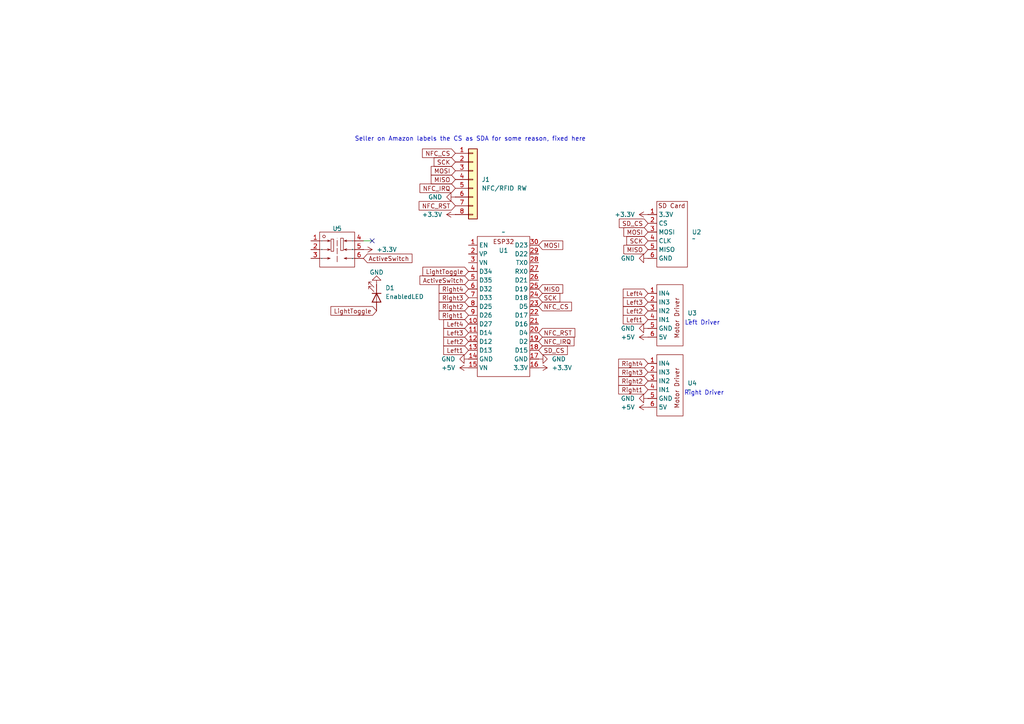
<source format=kicad_sch>
(kicad_sch (version 20231120) (generator "eeschema") (generator_version "8.0")
  (paper "A4")
  (lib_symbols
    (symbol "Connector_Generic:Conn_01x08" (pin_names (offset 1.016) hide)
      (property "Reference" "J" (at 0 10.16 0))
      (property "Value" "Conn_01x08" (at 0 -12.7 0))
      (symbol "Conn_01x08_1_1"
        (rectangle (start -1.27 -10.033) (end 0 -10.287) (stroke (width 0.1524)))
        (rectangle (start -1.27 -7.493) (end 0 -7.747) (stroke (width 0.1524)))
        (rectangle (start -1.27 -4.953) (end 0 -5.207) (stroke (width 0.1524)))
        (rectangle (start -1.27 -2.413) (end 0 -2.667) (stroke (width 0.1524)))
        (rectangle (start -1.27 0.127) (end 0 -0.127) (stroke (width 0.1524)))
        (rectangle (start -1.27 2.667) (end 0 2.413) (stroke (width 0.1524)))
        (rectangle (start -1.27 5.207) (end 0 4.953) (stroke (width 0.1524)))
        (rectangle (start -1.27 7.747) (end 0 7.493) (stroke (width 0.1524)))
        (rectangle (start -1.27 8.89) (end 1.27 -11.43) (stroke (width 0.254)) (fill (type background)))
        (pin passive line (at -5.08 7.62 0) (length 3.81) (name "Pin_1") (number "1"))
        (pin passive line (at -5.08 5.08 0) (length 3.81) (name "Pin_2") (number "2"))
        (pin passive line (at -5.08 2.54 0) (length 3.81) (name "Pin_3") (number "3"))
        (pin passive line (at -5.08 0 0) (length 3.81) (name "Pin_4") (number "4"))
        (pin passive line (at -5.08 -2.54 0) (length 3.81) (name "Pin_5") (number "5"))
        (pin passive line (at -5.08 -5.08 0) (length 3.81) (name "Pin_6") (number "6"))
        (pin passive line (at -5.08 -7.62 0) (length 3.81) (name "Pin_7") (number "7"))
        (pin passive line (at -5.08 -10.16 0) (length 3.81) (name "Pin_8") (number "8"))
      )
    )
    (symbol "Device:LED" (pin_numbers hide) (pin_names (offset 1.016) hide)
      (property "Reference" "D" (at 0 2.54 0))
      (property "Value" "LED" (at 0 -2.54 0))
      (symbol "LED_0_1"
        (polyline (pts (xy -1.27 -1.27) (xy -1.27 1.27)) (stroke (width 0.254)))
        (polyline (pts (xy -1.27 0) (xy 1.27 0)))
        (polyline (pts (xy 1.27 -1.27) (xy 1.27 1.27) (xy -1.27 0) (xy 1.27 -1.27)) (stroke (width 0.254)))
        (polyline (pts (xy -3.048 -0.762) (xy -4.572 -2.286) (xy -3.81 -2.286) (xy -4.572 -2.286) (xy -4.572 -1.524)))
        (polyline (pts (xy -1.778 -0.762) (xy -3.302 -2.286) (xy -2.54 -2.286) (xy -3.302 -2.286) (xy -3.302 -1.524)))
      )
      (symbol "LED_1_1"
        (pin passive line (at -3.81 0 0) (length 2.54) (name "K") (number "1"))
        (pin passive line (at 3.81 0 180) (length 2.54) (name "A") (number "2"))
      )
    )
    (symbol "ESP32_OnlineDevBoard:Esp32_Aliexpress"
      (property "Reference" "U" (at 0 0 0))
      (symbol "Esp32_Aliexpress_0_1"
        (polyline (pts (xy -7.62 20.32) (xy -7.62 -20.32) (xy 7.62 -20.32) (xy 7.62 20.32) (xy -7.62 20.32)))
      )
      (symbol "Esp32_Aliexpress_1_1"
        (text "ESP32\n" (at 0 18.796 0) (effects (font (size 1.27 1.27))))
        (pin bidirectional line (at -10.16 17.78 0) (length 2.54) (name "EN") (number "1"))
        (pin bidirectional line (at -10.16 -5.08 0) (length 2.54) (name "D27") (number "10"))
        (pin bidirectional line (at -10.16 -7.62 0) (length 2.54) (name "D14") (number "11"))
        (pin bidirectional line (at -10.16 -10.16 0) (length 2.54) (name "D12") (number "12"))
        (pin bidirectional line (at -10.16 -12.7 0) (length 2.54) (name "D13") (number "13"))
        (pin power_out line (at -10.16 -15.24 0) (length 2.54) (name "GND") (number "14"))
        (pin power_in line (at -10.16 -17.78 0) (length 2.54) (name "VN") (number "15"))
        (pin power_out line (at 10.16 -17.78 180) (length 2.54) (name "3.3V") (number "16"))
        (pin power_out line (at 10.16 -15.24 180) (length 2.54) (name "GND") (number "17"))
        (pin bidirectional line (at 10.16 -12.7 180) (length 2.54) (name "D15") (number "18"))
        (pin bidirectional line (at 10.16 -10.16 180) (length 2.54) (name "D2") (number "19"))
        (pin bidirectional line (at -10.16 15.24 0) (length 2.54) (name "VP") (number "2"))
        (pin bidirectional line (at 10.16 -7.62 180) (length 2.54) (name "D4") (number "20"))
        (pin bidirectional line (at 10.16 -5.08 180) (length 2.54) (name "D16") (number "21"))
        (pin bidirectional line (at 10.16 -2.54 180) (length 2.54) (name "D17") (number "22"))
        (pin bidirectional line (at 10.16 0 180) (length 2.54) (name "D5") (number "23"))
        (pin bidirectional line (at 10.16 2.54 180) (length 2.54) (name "D18") (number "24"))
        (pin bidirectional line (at 10.16 5.08 180) (length 2.54) (name "D19") (number "25"))
        (pin bidirectional line (at 10.16 7.62 180) (length 2.54) (name "D21") (number "26"))
        (pin bidirectional line (at 10.16 10.16 180) (length 2.54) (name "RX0") (number "27"))
        (pin bidirectional line (at 10.16 12.7 180) (length 2.54) (name "TX0") (number "28"))
        (pin bidirectional line (at 10.16 15.24 180) (length 2.54) (name "D22") (number "29"))
        (pin bidirectional line (at -10.16 12.7 0) (length 2.54) (name "VN") (number "3"))
        (pin bidirectional line (at 10.16 17.78 180) (length 2.54) (name "D23") (number "30"))
        (pin bidirectional line (at -10.16 10.16 0) (length 2.54) (name "D34") (number "4"))
        (pin bidirectional line (at -10.16 7.62 0) (length 2.54) (name "D35") (number "5"))
        (pin bidirectional line (at -10.16 5.08 0) (length 2.54) (name "D32") (number "6"))
        (pin bidirectional line (at -10.16 2.54 0) (length 2.54) (name "D33") (number "7"))
        (pin bidirectional line (at -10.16 0 0) (length 2.54) (name "D25") (number "8"))
        (pin bidirectional line (at -10.16 -2.54 0) (length 2.54) (name "D26") (number "9"))
      )
    )
    (symbol "MotorDriver:StepperMotorDriverBYinland"
      (property "Reference" "U" (at 1.524 7.874 0))
      (symbol "StepperMotorDriverBYinland_0_1"
        (polyline (pts (xy -3.81 8.89) (xy -3.81 -8.89) (xy 3.81 -8.89) (xy 3.81 8.89) (xy -3.81 8.89)))
      )
      (symbol "StepperMotorDriverBYinland_1_1"
        (text "Motor Driver\n" (at 2.032 -0.762 900) (effects (font (size 1.27 1.27))))
        (pin input line (at -6.35 6.35 0) (length 2.54) (name "IN4") (number "1"))
        (pin input line (at -6.35 3.81 0) (length 2.54) (name "IN3") (number "2"))
        (pin input line (at -6.35 1.27 0) (length 2.54) (name "IN2") (number "3"))
        (pin input line (at -6.35 -1.27 0) (length 2.54) (name "IN1") (number "4"))
        (pin power_in line (at -6.35 -3.81 0) (length 2.54) (name "GND") (number "5"))
        (pin power_in line (at -6.35 -6.35 0) (length 2.54) (name "5V") (number "6"))
      )
    )
    (symbol "PushButtonLib:KFC7070-Z"
      (property "Reference" "U" (at 0 0 0))
      (symbol "KFC7070-Z_1_0"
        (rectangle (start -5.08 -5.08) (end 5.08 5.08))
        (circle (center -3.81 3.81) (radius 0.381))
        (rectangle (start -1.778 -0.508) (end -1.016 3.048))
        (polyline (pts (xy -2.032 -2.54) (xy -2.794 -2.286)))
        (polyline (pts (xy -2.032 0) (xy -2.794 0.254)))
        (polyline (pts (xy -2.032 2.54) (xy -2.794 2.794)))
        (polyline (pts (xy 2.032 -2.54) (xy 2.794 -2.286)))
        (polyline (pts (xy 2.032 0) (xy 2.794 0.254)))
        (polyline (pts (xy 2.032 2.54) (xy 2.794 2.794)))
        (polyline (pts (xy -5.08 -2.54) (xy -2.032 -2.54) (xy -2.032 -2.54) (xy -2.794 -2.794)))
        (polyline (pts (xy -5.08 0) (xy -2.032 0) (xy -2.032 0) (xy -2.794 -0.254)))
        (polyline (pts (xy -5.08 2.54) (xy -2.032 2.54) (xy -2.032 2.54) (xy -2.794 2.286)))
        (polyline (pts (xy 0 -3.556) (xy 0 3.302) (xy 0 3.302) (xy 0 3.302)) (stroke (width 0) (type dash)))
        (polyline (pts (xy 5.08 -2.54) (xy 2.032 -2.54) (xy 2.032 -2.54) (xy 2.794 -2.794)))
        (polyline (pts (xy 5.08 0) (xy 2.032 0) (xy 2.032 0) (xy 2.794 -0.254)))
        (polyline (pts (xy 5.08 2.54) (xy 2.032 2.54) (xy 2.032 2.54) (xy 2.794 2.286)))
        (rectangle (start 1.016 -0.254) (end 1.778 3.302))
        (pin unspecified line (at -7.62 2.54 0) (length 2.54) (name "1") (number "1"))
        (pin unspecified line (at -7.62 0 0) (length 2.54) (name "2") (number "2"))
        (pin unspecified line (at -7.62 -2.54 0) (length 2.54) (name "3") (number "3"))
        (pin unspecified line (at 7.62 2.54 180) (length 2.54) (name "4") (number "4"))
        (pin unspecified line (at 7.62 0 180) (length 2.54) (name "5") (number "5"))
        (pin unspecified line (at 7.62 -2.54 180) (length 2.54) (name "6") (number "6"))
      )
    )
    (symbol "SD_Card_Amazon:SD_Card_Amazon"
      (property "Reference" "U" (at 1.524 6.858 0))
      (symbol "SD_Card_Amazon_0_1"
        (polyline (pts (xy -6.35 10.16) (xy -6.35 -8.89) (xy 2.54 -8.89) (xy 2.54 8.89) (xy 2.54 10.16)))
      )
      (symbol "SD_Card_Amazon_1_1"
        (polyline (pts (xy 2.54 10.16) (xy -6.35 10.16)))
        (text "SD Card" (at -2.032 8.89 0) (effects (font (size 1.27 1.27))))
        (pin power_in line (at -8.89 6.35 0) (length 2.54) (name "3.3V") (number "1"))
        (pin input line (at -8.89 3.81 0) (length 2.54) (name "CS") (number "2"))
        (pin bidirectional line (at -8.89 1.27 0) (length 2.54) (name "MOSI") (number "3"))
        (pin input line (at -8.89 -1.27 0) (length 2.54) (name "CLK") (number "4"))
        (pin bidirectional line (at -8.89 -3.81 0) (length 2.54) (name "MISO") (number "5"))
        (pin power_in line (at -8.89 -6.35 0) (length 2.54) (name "GND") (number "6"))
      )
    )
    (symbol "power:+3.3V" (power) (pin_numbers hide) (pin_names (offset 0) hide)
      (property "Value" "+3.3V" (at 0 3.556 0))
      (symbol "+3.3V_0_1"
        (polyline (pts (xy -0.762 1.27) (xy 0 2.54)))
        (polyline (pts (xy 0 0) (xy 0 2.54)))
        (polyline (pts (xy 0 2.54) (xy 0.762 1.27)))
      )
      (symbol "+3.3V_1_1"
        (pin power_in line (at 0 0 90) (length 0) (name "~") (number "1"))
      )
    )
    (symbol "power:+5V" (power) (pin_numbers hide) (pin_names (offset 0) hide)
      (property "Value" "+5V" (at 0 3.556 0))
      (symbol "+5V_0_1"
        (polyline (pts (xy -0.762 1.27) (xy 0 2.54)))
        (polyline (pts (xy 0 0) (xy 0 2.54)))
        (polyline (pts (xy 0 2.54) (xy 0.762 1.27)))
      )
      (symbol "+5V_1_1"
        (pin power_in line (at 0 0 90) (length 0) (name "~") (number "1"))
      )
    )
    (symbol "power:GND" (power) (pin_numbers hide) (pin_names (offset 0) hide)
      (property "Value" "GND" (at 0 -3.81 0))
      (symbol "GND_0_1"
        (polyline (pts (xy 0 0) (xy 0 -1.27) (xy 1.27 -1.27) (xy 0 -2.54) (xy -1.27 -1.27) (xy 0 -1.27)))
      )
      (symbol "GND_1_1"
        (pin power_in line (at 0 0 270) (length 0) (name "~") (number "1"))
      )
    )
  )
  (no_connect (at 107.95 69.85))
  (wire (pts (xy 107.95 69.85) (xy 105.41 69.85)))
  (text "Seller on Amazon labels the CS as SDA for some reason, fixed here\n" (at 136.398 40.386 0) (effects (font (size 1.27 1.27))))
  (text "Right Driver\n" (at 204.216 114.046 0) (effects (font (size 1.27 1.27))))
  (text "Left Driver\n" (at 203.708 93.726 0) (effects (font (size 1.27 1.27))))
  (global_label "Left1" (shape input) (at 135.89 101.6 180) (property "Intersheetrefs" "${INTERSHEET_REFS}" (effects (hide yes))))
  (global_label "ActiveSwitch" (shape input) (at 135.89 81.28 180) (property "Intersheetrefs" "${INTERSHEET_REFS}" (effects (hide yes))))
  (global_label "Left3" (shape input) (at 187.96 87.63 180) (property "Intersheetrefs" "${INTERSHEET_REFS}" (effects (hide yes))))
  (global_label "Left1" (shape input) (at 187.96 92.71 180) (property "Intersheetrefs" "${INTERSHEET_REFS}" (effects (hide yes))))
  (global_label "SD_CS" (shape input) (at 187.96 64.77 180) (property "Intersheetrefs" "${INTERSHEET_REFS}" (effects (hide yes))))
  (global_label "Right2" (shape input) (at 135.89 88.9 180) (property "Intersheetrefs" "${INTERSHEET_REFS}" (effects (hide yes))))
  (global_label "SCK" (shape input) (at 132.08 46.99 180) (property "Intersheetrefs" "${INTERSHEET_REFS}" (effects (hide yes))))
  (global_label "Right4" (shape input) (at 187.96 105.41 180) (property "Intersheetrefs" "${INTERSHEET_REFS}" (effects (hide yes))))
  (global_label "Right2" (shape input) (at 187.96 110.49 180) (property "Intersheetrefs" "${INTERSHEET_REFS}" (effects (hide yes))))
  (global_label "Left4" (shape input) (at 135.89 93.98 180) (property "Intersheetrefs" "${INTERSHEET_REFS}" (effects (hide yes))))
  (global_label "NFC_RST" (shape input) (at 132.08 59.69 180) (property "Intersheetrefs" "${INTERSHEET_REFS}" (effects (hide yes))))
  (global_label "Right1" (shape input) (at 135.89 91.44 180) (property "Intersheetrefs" "${INTERSHEET_REFS}" (effects (hide yes))))
  (global_label "Right4" (shape input) (at 135.89 83.82 180) (property "Intersheetrefs" "${INTERSHEET_REFS}" (effects (hide yes))))
  (global_label "MOSI" (shape input) (at 132.08 49.53 180) (property "Intersheetrefs" "${INTERSHEET_REFS}" (effects (hide yes))))
  (global_label "NFC_CS" (shape input) (at 132.08 44.45 180) (property "Intersheetrefs" "${INTERSHEET_REFS}" (effects (hide yes))))
  (global_label "MISO" (shape input) (at 156.21 83.82 0) (property "Intersheetrefs" "${INTERSHEET_REFS}" (effects (hide yes))))
  (global_label "SCK" (shape input) (at 156.21 86.36 0) (property "Intersheetrefs" "${INTERSHEET_REFS}" (effects (hide yes))))
  (global_label "Right1" (shape input) (at 187.96 113.03 180) (property "Intersheetrefs" "${INTERSHEET_REFS}" (effects (hide yes))))
  (global_label "MISO" (shape input) (at 132.08 52.07 180) (property "Intersheetrefs" "${INTERSHEET_REFS}" (effects (hide yes))))
  (global_label "MISO" (shape input) (at 187.96 72.39 180) (property "Intersheetrefs" "${INTERSHEET_REFS}" (effects (hide yes))))
  (global_label "Left4" (shape input) (at 187.96 85.09 180) (property "Intersheetrefs" "${INTERSHEET_REFS}" (effects (hide yes))))
  (global_label "ActiveSwitch" (shape input) (at 105.41 74.93 0) (property "Intersheetrefs" "${INTERSHEET_REFS}" (effects (hide yes))))
  (global_label "NFC_CS" (shape input) (at 156.21 88.9 0) (property "Intersheetrefs" "${INTERSHEET_REFS}" (effects (hide yes))))
  (global_label "Left2" (shape input) (at 187.96 90.17 180) (property "Intersheetrefs" "${INTERSHEET_REFS}" (effects (hide yes))))
  (global_label "SCK" (shape input) (at 187.96 69.85 180) (property "Intersheetrefs" "${INTERSHEET_REFS}" (effects (hide yes))))
  (global_label "NFC_IRQ" (shape input) (at 156.21 99.06 0) (property "Intersheetrefs" "${INTERSHEET_REFS}" (effects (hide yes))))
  (global_label "Right3" (shape input) (at 135.89 86.36 180) (property "Intersheetrefs" "${INTERSHEET_REFS}" (effects (hide yes))))
  (global_label "LightToggle" (shape input) (at 109.22 90.17 180) (property "Intersheetrefs" "${INTERSHEET_REFS}" (effects (hide yes))))
  (global_label "Right3" (shape input) (at 187.96 107.95 180) (property "Intersheetrefs" "${INTERSHEET_REFS}" (effects (hide yes))))
  (global_label "SD_CS" (shape input) (at 156.21 101.6 0) (property "Intersheetrefs" "${INTERSHEET_REFS}" (effects (hide yes))))
  (global_label "Left2" (shape input) (at 135.89 99.06 180) (property "Intersheetrefs" "${INTERSHEET_REFS}" (effects (hide yes))))
  (global_label "NFC_IRQ" (shape input) (at 132.08 54.61 180) (property "Intersheetrefs" "${INTERSHEET_REFS}" (effects (hide yes))))
  (global_label "LightToggle" (shape input) (at 135.89 78.74 180) (property "Intersheetrefs" "${INTERSHEET_REFS}" (effects (hide yes))))
  (global_label "Left3" (shape input) (at 135.89 96.52 180) (property "Intersheetrefs" "${INTERSHEET_REFS}" (effects (hide yes))))
  (global_label "NFC_RST" (shape input) (at 156.21 96.52 0) (property "Intersheetrefs" "${INTERSHEET_REFS}" (effects (hide yes))))
  (global_label "MOSI" (shape input) (at 156.21 71.12 0) (property "Intersheetrefs" "${INTERSHEET_REFS}" (effects (hide yes))))
  (global_label "MOSI" (shape input) (at 187.96 67.31 180) (property "Intersheetrefs" "${INTERSHEET_REFS}" (effects (hide yes))))
  (symbol (lib_id "PushButtonLib:KFC7070-Z") (at 97.79 72.39 0) (unit 1)
    (property "Reference" "U5" (at 97.79 66.294 0))
    (property "Value" "~" (at 97.79 66.04 0))
    (property "Footprint" "PushButtonLib:SW-TH_6P-L7.0-W7.0-P2.00_KFC7070-Z" (effects (hide yes)))
    (property "Datasheet" "https://atta.szlcsc.com/upload/public/pdf/source/20240605/2F47BAB787CC6253D9F5B83C0B3B0039.pdf" (effects (hide yes)))
    (property "Manufacturer Part" "KFC7070-Z" (effects (hide yes)))
    (property "Manufacturer" "HanElectricity(瀚源)" (effects (hide yes)))
    (property "Supplier Part" "C22459508" (effects (hide yes)))
    (property "Supplier" "LCSC" (effects (hide yes)))
    (property "LCSC Part Name" "KFC7070-Z" (effects (hide yes)))
  )
  (symbol (lib_id "power:GND") (at 187.96 115.57 270) (unit 1)
    (property "Reference" "#PWR014" (effects (hide yes)))
    (property "Value" "GND" (at 184.15 115.5699 90) (effects (justify right)))
    (property "Description" "Power symbol creates a global label with name \"GND\" , ground" (effects (hide yes)))
  )
  (symbol (lib_id "power:+3.3V") (at 105.41 72.39 270) (unit 1)
    (property "Reference" "#PWR015" (effects (hide yes)))
    (property "Value" "+3.3V" (at 109.22 72.3899 90) (effects (justify left)))
    (property "Description" "Power symbol creates a global label with name \"+3.3V\"" (effects (hide yes)))
  )
  (symbol (lib_id "ESP32_OnlineDevBoard:Esp32_Aliexpress") (at 146.05 88.9 0) (unit 1)
    (property "Reference" "U1" (at 146.05 72.644 0))
    (property "Value" "~" (at 146.05 67.31 0))
    (property "Footprint" "ESP32_OnlineDevBoard:ESP32_OnlineDevBoard" (effects (hide yes)))
  )
  (symbol (lib_id "Device:LED") (at 109.22 86.36 270) (unit 1)
    (property "Reference" "D1" (at 111.76 83.5024 90) (effects (justify left)))
    (property "Value" "EnabledLED" (at 111.76 86.0424 90) (effects (justify left)))
    (property "Footprint" "LED_THT:LED_D5.0mm" (effects (hide yes)))
    (property "Description" "Light emitting diode" (effects (hide yes)))
  )
  (symbol (lib_id "MotorDriver:StepperMotorDriverBYinland") (at 194.31 111.76 0) (unit 1)
    (property "Reference" "U4" (at 199.39 111.1249 0) (effects (justify left)))
    (property "Value" "~" (at 199.39 113.03 0) (effects (justify left)))
    (property "Footprint" "Connector_PinHeader_2.54mm:PinHeader_1x06_P2.54mm_Vertical" (effects (hide yes)))
  )
  (symbol (lib_id "power:GND") (at 135.89 104.14 270) (unit 1)
    (property "Reference" "#PWR02" (effects (hide yes)))
    (property "Value" "GND" (at 132.08 104.1399 90) (effects (justify right)))
    (property "Description" "Power symbol creates a global label with name \"GND\" , ground" (effects (hide yes)))
  )
  (symbol (lib_id "power:GND") (at 187.96 74.93 270) (unit 1)
    (property "Reference" "#PWR010" (effects (hide yes)))
    (property "Value" "GND" (at 184.15 74.9299 90) (effects (justify right)))
    (property "Description" "Power symbol creates a global label with name \"GND\" , ground" (effects (hide yes)))
  )
  (symbol (lib_id "power:+3.3V") (at 132.08 62.23 90) (unit 1)
    (property "Reference" "#PWR04" (effects (hide yes)))
    (property "Value" "+3.3V" (at 128.27 62.2299 90) (effects (justify left)))
    (property "Description" "Power symbol creates a global label with name \"+3.3V\"" (effects (hide yes)))
  )
  (symbol (lib_id "power:GND") (at 187.96 95.25 270) (unit 1)
    (property "Reference" "#PWR013" (effects (hide yes)))
    (property "Value" "GND" (at 184.15 95.2499 90) (effects (justify right)))
    (property "Description" "Power symbol creates a global label with name \"GND\" , ground" (effects (hide yes)))
  )
  (symbol (lib_id "MotorDriver:StepperMotorDriverBYinland") (at 194.31 91.44 0) (unit 1)
    (property "Reference" "U3" (at 199.39 90.8049 0) (effects (justify left)))
    (property "Value" "~" (at 199.39 92.71 0) (effects (justify left)))
    (property "Footprint" "Connector_PinHeader_2.54mm:PinHeader_1x06_P2.54mm_Vertical" (effects (hide yes)))
  )
  (symbol (lib_id "Connector_Generic:Conn_01x08") (at 137.16 52.07 0) (unit 1)
    (property "Reference" "J1" (at 139.7 52.0699 0) (effects (justify left)))
    (property "Value" "NFC/RFID RW" (at 139.7 54.6099 0) (effects (justify left)))
    (property "Footprint" "Connector_PinHeader_2.54mm:PinHeader_1x08_P2.54mm_Vertical" (effects (hide yes)))
    (property "Description" "Generic connector, single row, 01x08, script generated (kicad-library-utils/schlib/autogen/connector/)" (effects (hide yes)))
  )
  (symbol (lib_id "power:+3.3V") (at 187.96 62.23 90) (unit 1)
    (property "Reference" "#PWR09" (effects (hide yes)))
    (property "Value" "+3.3V" (at 184.15 62.2299 90) (effects (justify left)))
    (property "Description" "Power symbol creates a global label with name \"+3.3V\"" (effects (hide yes)))
  )
  (symbol (lib_id "power:+5V") (at 187.96 118.11 90) (unit 1)
    (property "Reference" "#PWR011" (effects (hide yes)))
    (property "Value" "+5V" (at 184.15 118.1099 90) (effects (justify left)))
    (property "Description" "Power symbol creates a global label with name \"+5V\"" (effects (hide yes)))
  )
  (symbol (lib_id "power:+5V") (at 187.96 97.79 90) (unit 1)
    (property "Reference" "#PWR012" (effects (hide yes)))
    (property "Value" "+5V" (at 184.15 97.7899 90) (effects (justify left)))
    (property "Description" "Power symbol creates a global label with name \"+5V\"" (effects (hide yes)))
  )
  (symbol (lib_id "power:GND") (at 109.22 82.55 180) (unit 1)
    (property "Reference" "#PWR016" (effects (hide yes)))
    (property "Value" "GND" (at 109.22 78.994 0))
    (property "Description" "Power symbol creates a global label with name \"GND\" , ground" (effects (hide yes)))
  )
  (symbol (lib_id "power:GND") (at 132.08 57.15 270) (unit 1)
    (property "Reference" "#PWR03" (effects (hide yes)))
    (property "Value" "GND" (at 128.27 57.1499 90) (effects (justify right)))
    (property "Description" "Power symbol creates a global label with name \"GND\" , ground" (effects (hide yes)))
  )
  (symbol (lib_id "power:GND") (at 156.21 104.14 90) (unit 1)
    (property "Reference" "#PWR07" (effects (hide yes)))
    (property "Value" "GND" (at 160.02 104.1399 90) (effects (justify right)))
    (property "Description" "Power symbol creates a global label with name \"GND\" , ground" (effects (hide yes)))
  )
  (symbol (lib_id "power:+3.3V") (at 156.21 106.68 270) (unit 1)
    (property "Reference" "#PWR01" (effects (hide yes)))
    (property "Value" "+3.3V" (at 160.02 106.6799 90) (effects (justify left)))
    (property "Description" "Power symbol creates a global label with name \"+3.3V\"" (effects (hide yes)))
  )
  (symbol (lib_id "power:+5V") (at 135.89 106.68 90) (unit 1)
    (property "Reference" "#PWR08" (effects (hide yes)))
    (property "Value" "+5V" (at 132.08 106.6799 90) (effects (justify left)))
    (property "Description" "Power symbol creates a global label with name \"+5V\"" (effects (hide yes)))
  )
  (symbol (lib_id "SD_Card_Amazon:SD_Card_Amazon") (at 196.85 68.58 0) (unit 1)
    (property "Reference" "U2" (at 200.66 67.3099 0) (effects (justify left)))
    (property "Value" "~" (at 200.66 69.215 0) (effects (justify left)))
    (property "Footprint" "Connector_PinHeader_2.54mm:PinHeader_1x06_P2.54mm_Vertical" (effects (hide yes)))
  )
)
</source>
